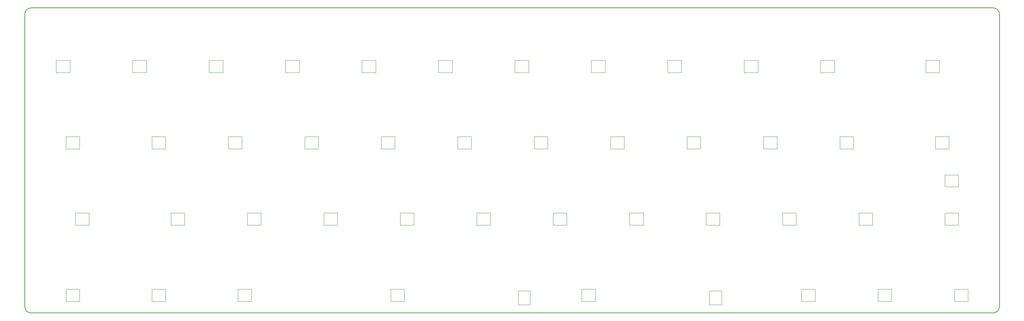
<source format=gbr>
G04 #@! TF.GenerationSoftware,KiCad,Pcbnew,(7.0.0)*
G04 #@! TF.CreationDate,2023-11-27T23:40:42+01:00*
G04 #@! TF.ProjectId,vootington VAN,766f6f74-696e-4677-946f-6e2056414e2e,rev?*
G04 #@! TF.SameCoordinates,Original*
G04 #@! TF.FileFunction,Profile,NP*
%FSLAX46Y46*%
G04 Gerber Fmt 4.6, Leading zero omitted, Abs format (unit mm)*
G04 Created by KiCad (PCBNEW (7.0.0)) date 2023-11-27 23:40:42*
%MOMM*%
%LPD*%
G01*
G04 APERTURE LIST*
G04 #@! TA.AperFunction,Profile*
%ADD10C,0.200000*%
G04 #@! TD*
G04 #@! TA.AperFunction,Profile*
%ADD11C,0.120000*%
G04 #@! TD*
G04 APERTURE END LIST*
D10*
X26987500Y-106362500D02*
G75*
G03*
X28575000Y-107950000I1587500J0D01*
G01*
X268287500Y-107950000D02*
G75*
G03*
X269875000Y-106362500I0J1587500D01*
G01*
X269875000Y-33337500D02*
G75*
G03*
X268287500Y-31750000I-1587500J0D01*
G01*
X268287500Y-107950000D02*
X28575000Y-107950000D01*
X28575000Y-31750000D02*
X268287500Y-31750000D01*
X28575000Y-31750000D02*
G75*
G03*
X26987500Y-33337500I0J-1587500D01*
G01*
X269875000Y-33337500D02*
X269875000Y-106362500D01*
X26987500Y-106362500D02*
X26987500Y-33337500D01*
D11*
X152912779Y-102464525D02*
X149912779Y-102464525D01*
X149912779Y-102464525D02*
X149912779Y-105864525D01*
X152912779Y-105864525D02*
X152912779Y-102464525D01*
X149912779Y-105864525D02*
X152912779Y-105864525D01*
X40593750Y-105029000D02*
X40593750Y-102029000D01*
X40593750Y-102029000D02*
X37193750Y-102029000D01*
X37193750Y-105029000D02*
X40593750Y-105029000D01*
X37193750Y-102029000D02*
X37193750Y-105029000D01*
X111012500Y-44879000D02*
X111012500Y-47879000D01*
X111012500Y-47879000D02*
X114412500Y-47879000D01*
X114412500Y-44879000D02*
X111012500Y-44879000D01*
X114412500Y-47879000D02*
X114412500Y-44879000D01*
X39575000Y-82979000D02*
X39575000Y-85979000D01*
X39575000Y-85979000D02*
X42975000Y-85979000D01*
X42975000Y-82979000D02*
X39575000Y-82979000D01*
X42975000Y-85979000D02*
X42975000Y-82979000D01*
X215787500Y-82979000D02*
X215787500Y-85979000D01*
X215787500Y-85979000D02*
X219187500Y-85979000D01*
X219187500Y-82979000D02*
X215787500Y-82979000D01*
X219187500Y-85979000D02*
X219187500Y-82979000D01*
X262050000Y-105029000D02*
X262050000Y-102029000D01*
X262050000Y-102029000D02*
X258650000Y-102029000D01*
X258650000Y-105029000D02*
X262050000Y-105029000D01*
X258650000Y-102029000D02*
X258650000Y-105029000D01*
X187212500Y-44879000D02*
X187212500Y-47879000D01*
X187212500Y-47879000D02*
X190612500Y-47879000D01*
X190612500Y-44879000D02*
X187212500Y-44879000D01*
X190612500Y-47879000D02*
X190612500Y-44879000D01*
X83456250Y-105029000D02*
X83456250Y-102029000D01*
X83456250Y-102029000D02*
X80056250Y-102029000D01*
X80056250Y-105029000D02*
X83456250Y-105029000D01*
X80056250Y-102029000D02*
X80056250Y-105029000D01*
X62025000Y-66929000D02*
X62025000Y-63929000D01*
X62025000Y-63929000D02*
X58625000Y-63929000D01*
X58625000Y-66929000D02*
X62025000Y-66929000D01*
X58625000Y-63929000D02*
X58625000Y-66929000D01*
X100125000Y-66929000D02*
X100125000Y-63929000D01*
X100125000Y-63929000D02*
X96725000Y-63929000D01*
X96725000Y-66929000D02*
X100125000Y-66929000D01*
X96725000Y-63929000D02*
X96725000Y-66929000D01*
X72912500Y-44879000D02*
X72912500Y-47879000D01*
X72912500Y-47879000D02*
X76312500Y-47879000D01*
X76312500Y-44879000D02*
X72912500Y-44879000D01*
X76312500Y-47879000D02*
X76312500Y-44879000D01*
X119175000Y-66929000D02*
X119175000Y-63929000D01*
X119175000Y-63929000D02*
X115775000Y-63929000D01*
X115775000Y-66929000D02*
X119175000Y-66929000D01*
X115775000Y-63929000D02*
X115775000Y-66929000D01*
X214425000Y-66929000D02*
X214425000Y-63929000D01*
X214425000Y-63929000D02*
X211025000Y-63929000D01*
X211025000Y-66929000D02*
X214425000Y-66929000D01*
X211025000Y-63929000D02*
X211025000Y-66929000D01*
X256268750Y-73454000D02*
X256268750Y-76454000D01*
X256268750Y-76454000D02*
X259668750Y-76454000D01*
X259668750Y-73454000D02*
X256268750Y-73454000D01*
X259668750Y-76454000D02*
X259668750Y-73454000D01*
X34812500Y-44879000D02*
X34812500Y-47879000D01*
X34812500Y-47879000D02*
X38212500Y-47879000D01*
X38212500Y-44879000D02*
X34812500Y-44879000D01*
X38212500Y-47879000D02*
X38212500Y-44879000D01*
X40593750Y-66929000D02*
X40593750Y-63929000D01*
X40593750Y-63929000D02*
X37193750Y-63929000D01*
X37193750Y-66929000D02*
X40593750Y-66929000D01*
X37193750Y-63929000D02*
X37193750Y-66929000D01*
X196737500Y-82979000D02*
X196737500Y-85979000D01*
X196737500Y-85979000D02*
X200137500Y-85979000D01*
X200137500Y-82979000D02*
X196737500Y-82979000D01*
X200137500Y-85979000D02*
X200137500Y-82979000D01*
X225312500Y-44879000D02*
X225312500Y-47879000D01*
X225312500Y-47879000D02*
X228712500Y-47879000D01*
X228712500Y-44879000D02*
X225312500Y-44879000D01*
X228712500Y-47879000D02*
X228712500Y-44879000D01*
X200613745Y-102464525D02*
X197613745Y-102464525D01*
X197613745Y-102464525D02*
X197613745Y-105864525D01*
X200613745Y-105864525D02*
X200613745Y-102464525D01*
X197613745Y-105864525D02*
X200613745Y-105864525D01*
X223950000Y-105029000D02*
X223950000Y-102029000D01*
X223950000Y-102029000D02*
X220550000Y-102029000D01*
X220550000Y-105029000D02*
X223950000Y-105029000D01*
X220550000Y-102029000D02*
X220550000Y-105029000D01*
X251506250Y-44879000D02*
X251506250Y-47879000D01*
X251506250Y-47879000D02*
X254906250Y-47879000D01*
X254906250Y-44879000D02*
X251506250Y-44879000D01*
X254906250Y-47879000D02*
X254906250Y-44879000D01*
X81075000Y-66929000D02*
X81075000Y-63929000D01*
X81075000Y-63929000D02*
X77675000Y-63929000D01*
X77675000Y-66929000D02*
X81075000Y-66929000D01*
X77675000Y-63929000D02*
X77675000Y-66929000D01*
X233475000Y-66929000D02*
X233475000Y-63929000D01*
X233475000Y-63929000D02*
X230075000Y-63929000D01*
X230075000Y-66929000D02*
X233475000Y-66929000D01*
X230075000Y-63929000D02*
X230075000Y-66929000D01*
X206262500Y-44879000D02*
X206262500Y-47879000D01*
X206262500Y-47879000D02*
X209662500Y-47879000D01*
X209662500Y-44879000D02*
X206262500Y-44879000D01*
X209662500Y-47879000D02*
X209662500Y-44879000D01*
X130062500Y-44879000D02*
X130062500Y-47879000D01*
X130062500Y-47879000D02*
X133462500Y-47879000D01*
X133462500Y-44879000D02*
X130062500Y-44879000D01*
X133462500Y-47879000D02*
X133462500Y-44879000D01*
X157275000Y-66929000D02*
X157275000Y-63929000D01*
X157275000Y-63929000D02*
X153875000Y-63929000D01*
X153875000Y-66929000D02*
X157275000Y-66929000D01*
X153875000Y-63929000D02*
X153875000Y-66929000D01*
X101487500Y-82979000D02*
X101487500Y-85979000D01*
X101487500Y-85979000D02*
X104887500Y-85979000D01*
X104887500Y-82979000D02*
X101487500Y-82979000D01*
X104887500Y-85979000D02*
X104887500Y-82979000D01*
X234837500Y-82979000D02*
X234837500Y-85979000D01*
X234837500Y-85979000D02*
X238237500Y-85979000D01*
X238237500Y-82979000D02*
X234837500Y-82979000D01*
X238237500Y-85979000D02*
X238237500Y-82979000D01*
X91962500Y-44879000D02*
X91962500Y-47879000D01*
X91962500Y-47879000D02*
X95362500Y-47879000D01*
X95362500Y-44879000D02*
X91962500Y-44879000D01*
X95362500Y-47879000D02*
X95362500Y-44879000D01*
X243000000Y-105029000D02*
X243000000Y-102029000D01*
X243000000Y-102029000D02*
X239600000Y-102029000D01*
X239600000Y-105029000D02*
X243000000Y-105029000D01*
X239600000Y-102029000D02*
X239600000Y-105029000D01*
X82437500Y-82979000D02*
X82437500Y-85979000D01*
X82437500Y-85979000D02*
X85837500Y-85979000D01*
X85837500Y-82979000D02*
X82437500Y-82979000D01*
X85837500Y-85979000D02*
X85837500Y-82979000D01*
X256268750Y-82979000D02*
X256268750Y-85979000D01*
X256268750Y-85979000D02*
X259668750Y-85979000D01*
X259668750Y-82979000D02*
X256268750Y-82979000D01*
X259668750Y-85979000D02*
X259668750Y-82979000D01*
X158637500Y-82979000D02*
X158637500Y-85979000D01*
X158637500Y-85979000D02*
X162037500Y-85979000D01*
X162037500Y-82979000D02*
X158637500Y-82979000D01*
X162037500Y-85979000D02*
X162037500Y-82979000D01*
X139587500Y-82979000D02*
X139587500Y-85979000D01*
X139587500Y-85979000D02*
X142987500Y-85979000D01*
X142987500Y-82979000D02*
X139587500Y-82979000D01*
X142987500Y-85979000D02*
X142987500Y-82979000D01*
X168162500Y-44879000D02*
X168162500Y-47879000D01*
X168162500Y-47879000D02*
X171562500Y-47879000D01*
X171562500Y-44879000D02*
X168162500Y-44879000D01*
X171562500Y-47879000D02*
X171562500Y-44879000D01*
X138225000Y-66929000D02*
X138225000Y-63929000D01*
X138225000Y-63929000D02*
X134825000Y-63929000D01*
X134825000Y-66929000D02*
X138225000Y-66929000D01*
X134825000Y-63929000D02*
X134825000Y-66929000D01*
X149112500Y-44879000D02*
X149112500Y-47879000D01*
X149112500Y-47879000D02*
X152512500Y-47879000D01*
X152512500Y-44879000D02*
X149112500Y-44879000D01*
X152512500Y-47879000D02*
X152512500Y-44879000D01*
X257287500Y-66929000D02*
X257287500Y-63929000D01*
X257287500Y-63929000D02*
X253887500Y-63929000D01*
X253887500Y-66929000D02*
X257287500Y-66929000D01*
X253887500Y-63929000D02*
X253887500Y-66929000D01*
X176325000Y-66929000D02*
X176325000Y-63929000D01*
X176325000Y-63929000D02*
X172925000Y-63929000D01*
X172925000Y-66929000D02*
X176325000Y-66929000D01*
X172925000Y-63929000D02*
X172925000Y-66929000D01*
X120537500Y-82979000D02*
X120537500Y-85979000D01*
X120537500Y-85979000D02*
X123937500Y-85979000D01*
X123937500Y-82979000D02*
X120537500Y-82979000D01*
X123937500Y-85979000D02*
X123937500Y-82979000D01*
X169181250Y-105029000D02*
X169181250Y-102029000D01*
X169181250Y-102029000D02*
X165781250Y-102029000D01*
X165781250Y-105029000D02*
X169181250Y-105029000D01*
X165781250Y-102029000D02*
X165781250Y-105029000D01*
X53862500Y-44879000D02*
X53862500Y-47879000D01*
X53862500Y-47879000D02*
X57262500Y-47879000D01*
X57262500Y-44879000D02*
X53862500Y-44879000D01*
X57262500Y-47879000D02*
X57262500Y-44879000D01*
X177687500Y-82979000D02*
X177687500Y-85979000D01*
X177687500Y-85979000D02*
X181087500Y-85979000D01*
X181087500Y-82979000D02*
X177687500Y-82979000D01*
X181087500Y-85979000D02*
X181087500Y-82979000D01*
X63387500Y-82979000D02*
X63387500Y-85979000D01*
X63387500Y-85979000D02*
X66787500Y-85979000D01*
X66787500Y-82979000D02*
X63387500Y-82979000D01*
X66787500Y-85979000D02*
X66787500Y-82979000D01*
X62025000Y-105029000D02*
X62025000Y-102029000D01*
X62025000Y-102029000D02*
X58625000Y-102029000D01*
X58625000Y-105029000D02*
X62025000Y-105029000D01*
X58625000Y-102029000D02*
X58625000Y-105029000D01*
X195375000Y-66929000D02*
X195375000Y-63929000D01*
X195375000Y-63929000D02*
X191975000Y-63929000D01*
X191975000Y-66929000D02*
X195375000Y-66929000D01*
X191975000Y-63929000D02*
X191975000Y-66929000D01*
X121556250Y-105029000D02*
X121556250Y-102029000D01*
X121556250Y-102029000D02*
X118156250Y-102029000D01*
X118156250Y-105029000D02*
X121556250Y-105029000D01*
X118156250Y-102029000D02*
X118156250Y-105029000D01*
M02*

</source>
